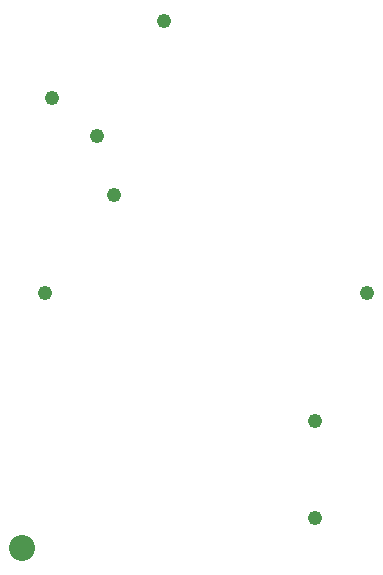
<source format=gbs>
G75*
%MOIN*%
%OFA0B0*%
%FSLAX25Y25*%
%IPPOS*%
%LPD*%
%AMOC8*
5,1,8,0,0,1.08239X$1,22.5*
%
%ADD10C,0.08674*%
%ADD11C,0.04800*%
%ADD12C,0.04762*%
D10*
X0016800Y0016800D03*
D11*
X0047500Y0134400D03*
X0064000Y0192700D03*
D12*
X0041800Y0154300D03*
X0026800Y0166800D03*
X0024300Y0101800D03*
X0114300Y0059300D03*
X0114300Y0026800D03*
X0131800Y0101800D03*
M02*

</source>
